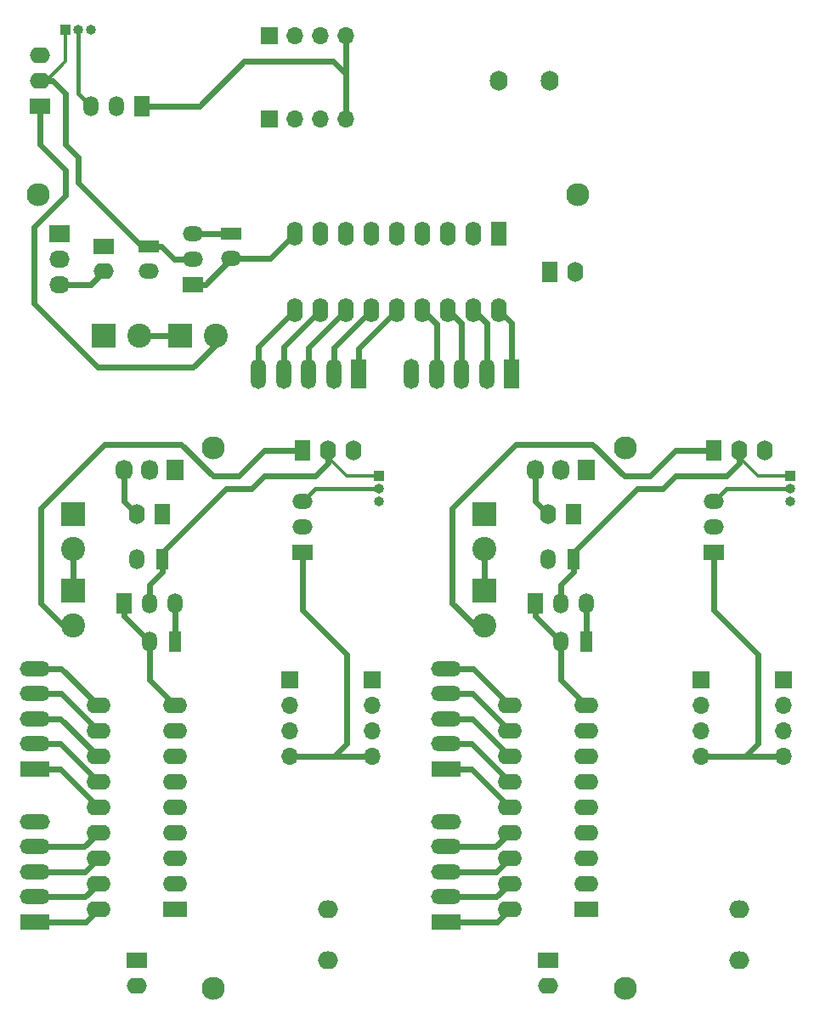
<source format=gbl>
%MOIN*%
%OFA0B0*%
%FSLAX46Y46*%
%IPPOS*%
%LPD*%
%ADD10C,0.0039370078740157488*%
%ADD11R,0.066929133858267723X0.066929133858267723*%
%ADD12O,0.066929133858267723X0.066929133858267723*%
%ADD13O,0.07874015748031496X0.07*%
%ADD14R,0.059055118110236227X0.07874015748031496*%
%ADD15O,0.062992125984251982X0.07874015748031496*%
%ADD16R,0.051181102362204731X0.07874015748031496*%
%ADD17O,0.059055118110236227X0.07874015748031496*%
%ADD18R,0.062992125984251982X0.07874015748031496*%
%ADD19O,0.07874015748031496X0.062992125984251982*%
%ADD20R,0.07874015748031496X0.062992125984251982*%
%ADD21O,0.059842519685039376X0.07874015748031496*%
%ADD22R,0.059842519685039376X0.07874015748031496*%
%ADD23O,0.07874015748031496X0.059842519685039376*%
%ADD24R,0.07874015748031496X0.059842519685039376*%
%ADD25R,0.03937007874015748X0.03937007874015748*%
%ADD26O,0.03937007874015748X0.03937007874015748*%
%ADD27R,0.11811023622047245X0.059055118110236227*%
%ADD28O,0.11811023622047245X0.059055118110236227*%
%ADD29R,0.068X0.08*%
%ADD30O,0.068X0.08*%
%ADD31C,0.094488188976377951*%
%ADD32R,0.094488188976377951X0.094488188976377951*%
%ADD33C,0.0905511811023622*%
%ADD34R,0.094488188976377951X0.062992125984251982*%
%ADD35O,0.094488188976377951X0.062992125984251982*%
%ADD36C,0.024000000000000004*%
%ADD37C,0.016*%
%ADD38C,0.012000000000000002*%
%ADD49C,0.0039370078740157488*%
%ADD50R,0.066929133858267723X0.066929133858267723*%
%ADD51O,0.066929133858267723X0.066929133858267723*%
%ADD52O,0.07X0.07874015748031496*%
%ADD53R,0.07874015748031496X0.059055118110236227*%
%ADD54O,0.07874015748031496X0.062992125984251982*%
%ADD55R,0.07874015748031496X0.051181102362204731*%
%ADD56O,0.07874015748031496X0.059055118110236227*%
%ADD57R,0.07874015748031496X0.062992125984251982*%
%ADD58O,0.062992125984251982X0.07874015748031496*%
%ADD59R,0.062992125984251982X0.07874015748031496*%
%ADD60O,0.07874015748031496X0.059842519685039376*%
%ADD61R,0.07874015748031496X0.059842519685039376*%
%ADD62O,0.059842519685039376X0.07874015748031496*%
%ADD63R,0.059842519685039376X0.07874015748031496*%
%ADD64R,0.03937007874015748X0.03937007874015748*%
%ADD65O,0.03937007874015748X0.03937007874015748*%
%ADD66R,0.059055118110236227X0.11811023622047245*%
%ADD67O,0.059055118110236227X0.11811023622047245*%
%ADD68R,0.08X0.068*%
%ADD69O,0.08X0.068*%
%ADD70C,0.094488188976377951*%
%ADD71R,0.094488188976377951X0.094488188976377951*%
%ADD72C,0.0905511811023622*%
%ADD73R,0.062992125984251982X0.094488188976377951*%
%ADD74O,0.062992125984251982X0.094488188976377951*%
%ADD75C,0.024000000000000004*%
%ADD76C,0.016*%
%ADD77C,0.012000000000000002*%
%ADD78C,0.0039370078740157488*%
%ADD79R,0.066929133858267723X0.066929133858267723*%
%ADD80O,0.066929133858267723X0.066929133858267723*%
%ADD81O,0.07874015748031496X0.07*%
%ADD82R,0.059055118110236227X0.07874015748031496*%
%ADD83O,0.062992125984251982X0.07874015748031496*%
%ADD84R,0.051181102362204731X0.07874015748031496*%
%ADD85O,0.059055118110236227X0.07874015748031496*%
%ADD86R,0.062992125984251982X0.07874015748031496*%
%ADD87O,0.07874015748031496X0.062992125984251982*%
%ADD88R,0.07874015748031496X0.062992125984251982*%
%ADD89O,0.059842519685039376X0.07874015748031496*%
%ADD90R,0.059842519685039376X0.07874015748031496*%
%ADD91O,0.07874015748031496X0.059842519685039376*%
%ADD92R,0.07874015748031496X0.059842519685039376*%
%ADD93R,0.03937007874015748X0.03937007874015748*%
%ADD94O,0.03937007874015748X0.03937007874015748*%
%ADD95R,0.11811023622047245X0.059055118110236227*%
%ADD96O,0.11811023622047245X0.059055118110236227*%
%ADD97R,0.068X0.08*%
%ADD98O,0.068X0.08*%
%ADD99C,0.094488188976377951*%
%ADD100R,0.094488188976377951X0.094488188976377951*%
%ADD101C,0.0905511811023622*%
%ADD102R,0.094488188976377951X0.062992125984251982*%
%ADD103O,0.094488188976377951X0.062992125984251982*%
%ADD104C,0.024000000000000004*%
%ADD105C,0.016*%
%ADD106C,0.012000000000000002*%
G01*
D10*
D11*
X-0004799999Y0004650000D02*
X0001100000Y0001300000D03*
D12*
X0001100000Y0001200000D03*
X0001100000Y0001100000D03*
X0001100000Y0001000000D03*
D11*
X0001425000Y0001300000D03*
D12*
X0001425000Y0001200000D03*
X0001425000Y0001100000D03*
X0001425000Y0001000000D03*
D13*
X0001250000Y0000200000D03*
X0001250000Y0000400000D03*
D14*
X0001150000Y0002200000D03*
D15*
X0001250000Y0002200000D03*
X0001350000Y0002200000D03*
D16*
X0000650000Y0001450000D03*
D17*
X0000551574Y0001450000D03*
D16*
X0000600000Y0001775000D03*
D17*
X0000501574Y0001775000D03*
D18*
X0000600000Y0001950000D03*
D15*
X0000501574Y0001950000D03*
D19*
X0000500000Y0000101574D03*
D20*
X0000500000Y0000200000D03*
D21*
X0000550000Y0001600000D03*
X0000650000Y0001600000D03*
D22*
X0000450000Y0001600000D03*
D23*
X0001150000Y0001900000D03*
X0001150000Y0002000000D03*
D24*
X0001150000Y0001800000D03*
D25*
X0001450000Y0002100000D03*
D26*
X0001450000Y0002050000D03*
X0001450000Y0002000000D03*
D27*
X0000100000Y0000950000D03*
D28*
X0000100000Y0001048425D03*
X0000100000Y0001146850D03*
X0000100000Y0001245275D03*
X0000100000Y0001343700D03*
D29*
X0000650000Y0002125000D03*
D30*
X0000550000Y0002125000D03*
X0000450000Y0002125000D03*
D31*
X0000250000Y0001812204D03*
D32*
X0000250000Y0001950000D03*
D31*
X0000250000Y0001512204D03*
D32*
X0000250000Y0001650000D03*
D33*
X0000802755Y0002209055D03*
X0000802755Y0000090944D03*
D34*
X0000650000Y0000400000D03*
D35*
X0000350000Y0001200000D03*
X0000650000Y0000500000D03*
X0000350000Y0001100000D03*
X0000650000Y0000600000D03*
X0000350000Y0001000000D03*
X0000650000Y0000700000D03*
X0000350000Y0000900000D03*
X0000650000Y0000800000D03*
X0000350000Y0000800000D03*
X0000650000Y0000900000D03*
X0000350000Y0000700000D03*
X0000650000Y0001000000D03*
X0000350000Y0000600000D03*
X0000650000Y0001100000D03*
X0000350000Y0000500000D03*
X0000650000Y0001200000D03*
X0000350000Y0000400000D03*
D27*
X0000100000Y0000350000D03*
D28*
X0000100000Y0000448425D03*
X0000100000Y0000546850D03*
X0000100000Y0000645275D03*
X0000100000Y0000743700D03*
D36*
X0000450000Y0001600000D02*
X0000450000Y0001551574D01*
X0000450000Y0001551574D02*
X0000551574Y0001450000D01*
X0000551574Y0001450000D02*
X0000551574Y0001298425D01*
X0000551574Y0001298425D02*
X0000650000Y0001200000D01*
X0000450000Y0002125000D02*
X0000450000Y0002001574D01*
X0000450000Y0002001574D02*
X0000501574Y0001950000D01*
D37*
X0001450000Y0002050000D02*
X0001200000Y0002050000D01*
X0001200000Y0002050000D02*
X0001150000Y0002000000D01*
D36*
X0000650000Y0001450000D02*
X0000650000Y0001600000D01*
X0000100000Y0001343700D02*
X0000206299Y0001343700D01*
X0000206299Y0001343700D02*
X0000350000Y0001200000D01*
D38*
X0001450000Y0002100000D02*
X0001325000Y0002100000D01*
X0001325000Y0002100000D02*
X0001250000Y0002175000D01*
X0001250000Y0002175000D02*
X0001250000Y0002200000D01*
D36*
X0000850000Y0002050000D02*
X0000950000Y0002050000D01*
X0000600000Y0001800000D02*
X0000850000Y0002050000D01*
X0001250000Y0002150000D02*
X0001250000Y0002200000D01*
X0001200000Y0002100000D02*
X0001250000Y0002150000D01*
X0001000000Y0002100000D02*
X0001200000Y0002100000D01*
X0000950000Y0002050000D02*
X0001000000Y0002100000D01*
X0000600000Y0001775000D02*
X0000600000Y0001800000D01*
X0000600000Y0001775000D02*
X0000600000Y0001725000D01*
X0000550000Y0001675000D02*
X0000550000Y0001600000D01*
X0000600000Y0001725000D02*
X0000550000Y0001675000D01*
X0000250000Y0001650000D02*
X0000250000Y0001812204D01*
X0000100000Y0000350000D02*
X0000300000Y0000350000D01*
X0000300000Y0000350000D02*
X0000350000Y0000400000D01*
X0000100000Y0000448425D02*
X0000298425Y0000448425D01*
X0000298425Y0000448425D02*
X0000350000Y0000500000D01*
X0000100000Y0000546850D02*
X0000296850Y0000546850D01*
X0000296850Y0000546850D02*
X0000350000Y0000600000D01*
X0000100000Y0000645275D02*
X0000295275Y0000645275D01*
X0000100000Y0000645275D02*
X0000120275Y0000645275D01*
X0000295275Y0000645275D02*
X0000350000Y0000700000D01*
X0000100000Y0000950000D02*
X0000200000Y0000950000D01*
X0000200000Y0000950000D02*
X0000350000Y0000800000D01*
X0000100000Y0001048425D02*
X0000201574Y0001048425D01*
X0000101574Y0001050000D02*
X0000100000Y0001048425D01*
X0000201574Y0001048425D02*
X0000350000Y0000900000D01*
X0000100000Y0001146850D02*
X0000203149Y0001146850D01*
X0000203149Y0001146850D02*
X0000350000Y0001000000D01*
X0000100000Y0001245275D02*
X0000204724Y0001245275D01*
X0000104724Y0001250000D02*
X0000100000Y0001245275D01*
X0000204724Y0001245275D02*
X0000350000Y0001100000D01*
X0001150000Y0002200000D02*
X0001000000Y0002200000D01*
X0000900000Y0002100000D02*
X0000950000Y0002150000D01*
X0000125000Y0001600000D02*
X0000212795Y0001512204D01*
X0000125000Y0001975000D02*
X0000125000Y0001600000D01*
X0000375000Y0002225000D02*
X0000125000Y0001975000D01*
X0000675000Y0002225000D02*
X0000375000Y0002225000D01*
X0000800000Y0002100000D02*
X0000675000Y0002225000D01*
X0000850000Y0002100000D02*
X0000800000Y0002100000D01*
X0000850000Y0002100000D02*
X0000900000Y0002100000D01*
X0001000000Y0002200000D02*
X0000950000Y0002150000D01*
X0000212795Y0001512204D02*
X0000250000Y0001512204D01*
X0001425000Y0001000000D02*
X0001100000Y0001000000D01*
X0001150000Y0001800000D02*
X0001150000Y0001575000D01*
X0001275000Y0001000000D02*
X0001425000Y0001000000D01*
X0001325000Y0001050000D02*
X0001275000Y0001000000D01*
X0001325000Y0001400000D02*
X0001325000Y0001050000D01*
X0001150000Y0001575000D02*
X0001325000Y0001400000D01*
G04 next file*
G04 #@! TF.FileFunction,Copper,L2,Bot,Signal*
G04 Gerber Fmt 4.6, Leading zero omitted, Abs format (unit mm)*
G04 Created by KiCad (PCBNEW 4.0.7) date 09/15/19 19:40:42*
G01*
G04 APERTURE LIST*
G04 APERTURE END LIST*
D49*
D50*
X-0002327165Y-0002398425D02*
X0001022834Y0003501574D03*
D51*
X0001122834Y0003501574D03*
X0001222834Y0003501574D03*
X0001322834Y0003501574D03*
D50*
X0001022834Y0003826574D03*
D51*
X0001122834Y0003826574D03*
X0001222834Y0003826574D03*
X0001322834Y0003826574D03*
D52*
X0002122834Y0003651574D03*
X0001922834Y0003651574D03*
D53*
X0000122834Y0003551574D03*
D54*
X0000122834Y0003651574D03*
X0000122834Y0003751574D03*
D55*
X0000872834Y0003051574D03*
D56*
X0000872834Y0002953149D03*
D55*
X0000547834Y0003001574D03*
D56*
X0000547834Y0002903149D03*
D57*
X0000372834Y0003001574D03*
D54*
X0000372834Y0002903149D03*
D58*
X0002221259Y0002901574D03*
D59*
X0002122834Y0002901574D03*
D60*
X0000722834Y0002951574D03*
X0000722834Y0003051574D03*
D61*
X0000722834Y0002851574D03*
D62*
X0000422834Y0003551574D03*
X0000322834Y0003551574D03*
D63*
X0000522834Y0003551574D03*
D64*
X0000222834Y0003851574D03*
D65*
X0000272834Y0003851574D03*
X0000322834Y0003851574D03*
D66*
X0001372834Y0002501574D03*
D67*
X0001274409Y0002501574D03*
X0001175984Y0002501574D03*
X0001077559Y0002501574D03*
X0000979133Y0002501574D03*
D68*
X0000197834Y0003051574D03*
D69*
X0000197834Y0002951574D03*
X0000197834Y0002851574D03*
D70*
X0000510629Y0002651574D03*
D71*
X0000372834Y0002651574D03*
D70*
X0000810629Y0002651574D03*
D71*
X0000672834Y0002651574D03*
D72*
X0000113779Y0003204330D03*
X0002231889Y0003204330D03*
D73*
X0001922834Y0003051574D03*
D74*
X0001122834Y0002751574D03*
X0001822834Y0003051574D03*
X0001222834Y0002751574D03*
X0001722834Y0003051574D03*
X0001322834Y0002751574D03*
X0001622834Y0003051574D03*
X0001422834Y0002751574D03*
X0001522834Y0003051574D03*
X0001522834Y0002751574D03*
X0001422834Y0003051574D03*
X0001622834Y0002751574D03*
X0001322834Y0003051574D03*
X0001722834Y0002751574D03*
X0001222834Y0003051574D03*
X0001822834Y0002751574D03*
X0001122834Y0003051574D03*
X0001922834Y0002751574D03*
D66*
X0001972834Y0002501574D03*
D67*
X0001874409Y0002501574D03*
X0001775984Y0002501574D03*
X0001677559Y0002501574D03*
X0001579133Y0002501574D03*
D75*
X0000722834Y0002851574D02*
X0000771259Y0002851574D01*
X0000771259Y0002851574D02*
X0000872834Y0002953149D01*
X0000872834Y0002953149D02*
X0001024409Y0002953149D01*
X0001024409Y0002953149D02*
X0001122834Y0003051574D01*
X0000197834Y0002851574D02*
X0000321259Y0002851574D01*
X0000321259Y0002851574D02*
X0000372834Y0002903149D01*
D76*
X0000272834Y0003851574D02*
X0000272834Y0003601574D01*
X0000272834Y0003601574D02*
X0000322834Y0003551574D01*
D75*
X0000872834Y0003051574D02*
X0000722834Y0003051574D01*
X0000979133Y0002501574D02*
X0000979133Y0002607874D01*
X0000979133Y0002607874D02*
X0001122834Y0002751574D01*
D77*
X0000222834Y0003851574D02*
X0000222834Y0003726574D01*
X0000222834Y0003726574D02*
X0000147834Y0003651574D01*
X0000147834Y0003651574D02*
X0000122834Y0003651574D01*
D75*
X0000272834Y0003251574D02*
X0000272834Y0003351574D01*
X0000522834Y0003001574D02*
X0000272834Y0003251574D01*
X0000172834Y0003651574D02*
X0000122834Y0003651574D01*
X0000222834Y0003601574D02*
X0000172834Y0003651574D01*
X0000222834Y0003401574D02*
X0000222834Y0003601574D01*
X0000272834Y0003351574D02*
X0000222834Y0003401574D01*
X0000547834Y0003001574D02*
X0000522834Y0003001574D01*
X0000547834Y0003001574D02*
X0000597834Y0003001574D01*
X0000647834Y0002951574D02*
X0000722834Y0002951574D01*
X0000597834Y0003001574D02*
X0000647834Y0002951574D01*
X0000672834Y0002651574D02*
X0000510629Y0002651574D01*
X0001972834Y0002501574D02*
X0001972834Y0002701574D01*
X0001972834Y0002701574D02*
X0001922834Y0002751574D01*
X0001874409Y0002501574D02*
X0001874409Y0002700000D01*
X0001874409Y0002700000D02*
X0001822834Y0002751574D01*
X0001775984Y0002501574D02*
X0001775984Y0002698425D01*
X0001775984Y0002698425D02*
X0001722834Y0002751574D01*
X0001677559Y0002501574D02*
X0001677559Y0002696850D01*
X0001677559Y0002501574D02*
X0001677559Y0002521850D01*
X0001677559Y0002696850D02*
X0001622834Y0002751574D01*
X0001372834Y0002501574D02*
X0001372834Y0002601574D01*
X0001372834Y0002601574D02*
X0001522834Y0002751574D01*
X0001274409Y0002501574D02*
X0001274409Y0002603149D01*
X0001272834Y0002503149D02*
X0001274409Y0002501574D01*
X0001274409Y0002603149D02*
X0001422834Y0002751574D01*
X0001175984Y0002501574D02*
X0001175984Y0002604724D01*
X0001175984Y0002604724D02*
X0001322834Y0002751574D01*
X0001077559Y0002501574D02*
X0001077559Y0002606299D01*
X0001072834Y0002506299D02*
X0001077559Y0002501574D01*
X0001077559Y0002606299D02*
X0001222834Y0002751574D01*
X0000122834Y0003551574D02*
X0000122834Y0003401574D01*
X0000222834Y0003301574D02*
X0000172834Y0003351574D01*
X0000722834Y0002526574D02*
X0000810629Y0002614370D01*
X0000347834Y0002526574D02*
X0000722834Y0002526574D01*
X0000097834Y0002776574D02*
X0000347834Y0002526574D01*
X0000097834Y0003076574D02*
X0000097834Y0002776574D01*
X0000222834Y0003201574D02*
X0000097834Y0003076574D01*
X0000222834Y0003251574D02*
X0000222834Y0003201574D01*
X0000222834Y0003251574D02*
X0000222834Y0003301574D01*
X0000122834Y0003401574D02*
X0000172834Y0003351574D01*
X0000810629Y0002614370D02*
X0000810629Y0002651574D01*
X0001322834Y0003826574D02*
X0001322834Y0003501574D01*
X0000522834Y0003551574D02*
X0000747834Y0003551574D01*
X0001322834Y0003676574D02*
X0001322834Y0003826574D01*
X0001272834Y0003726574D02*
X0001322834Y0003676574D01*
X0000922834Y0003726574D02*
X0001272834Y0003726574D01*
X0000747834Y0003551574D02*
X0000922834Y0003726574D01*
G04 next file*
G04 #@! TF.FileFunction,Copper,L2,Bot,Signal*
G04 Gerber Fmt 4.6, Leading zero omitted, Abs format (unit mm)*
G04 Created by KiCad (PCBNEW 4.0.7) date 09/15/19 19:40:42*
G01*
G04 APERTURE LIST*
G04 APERTURE END LIST*
D78*
D79*
X-0003185826Y0004650000D02*
X0002714173Y0001300000D03*
D80*
X0002714173Y0001200000D03*
X0002714173Y0001100000D03*
X0002714173Y0001000000D03*
D79*
X0003039173Y0001300000D03*
D80*
X0003039173Y0001200000D03*
X0003039173Y0001100000D03*
X0003039173Y0001000000D03*
D81*
X0002864173Y0000200000D03*
X0002864173Y0000400000D03*
D82*
X0002764173Y0002200000D03*
D83*
X0002864173Y0002200000D03*
X0002964173Y0002200000D03*
D84*
X0002264173Y0001450000D03*
D85*
X0002165748Y0001450000D03*
D84*
X0002214173Y0001775000D03*
D85*
X0002115748Y0001775000D03*
D86*
X0002214173Y0001950000D03*
D83*
X0002115748Y0001950000D03*
D87*
X0002114173Y0000101574D03*
D88*
X0002114173Y0000200000D03*
D89*
X0002164173Y0001600000D03*
X0002264173Y0001600000D03*
D90*
X0002064173Y0001600000D03*
D91*
X0002764173Y0001900000D03*
X0002764173Y0002000000D03*
D92*
X0002764173Y0001800000D03*
D93*
X0003064173Y0002100000D03*
D94*
X0003064173Y0002050000D03*
X0003064173Y0002000000D03*
D95*
X0001714173Y0000950000D03*
D96*
X0001714173Y0001048425D03*
X0001714173Y0001146850D03*
X0001714173Y0001245275D03*
X0001714173Y0001343700D03*
D97*
X0002264173Y0002125000D03*
D98*
X0002164173Y0002125000D03*
X0002064173Y0002125000D03*
D99*
X0001864173Y0001812204D03*
D100*
X0001864173Y0001950000D03*
D99*
X0001864173Y0001512204D03*
D100*
X0001864173Y0001650000D03*
D101*
X0002416929Y0002209055D03*
X0002416929Y0000090944D03*
D102*
X0002264173Y0000400000D03*
D103*
X0001964173Y0001200000D03*
X0002264173Y0000500000D03*
X0001964173Y0001100000D03*
X0002264173Y0000600000D03*
X0001964173Y0001000000D03*
X0002264173Y0000700000D03*
X0001964173Y0000900000D03*
X0002264173Y0000800000D03*
X0001964173Y0000800000D03*
X0002264173Y0000900000D03*
X0001964173Y0000700000D03*
X0002264173Y0001000000D03*
X0001964173Y0000600000D03*
X0002264173Y0001100000D03*
X0001964173Y0000500000D03*
X0002264173Y0001200000D03*
X0001964173Y0000400000D03*
D95*
X0001714173Y0000350000D03*
D96*
X0001714173Y0000448425D03*
X0001714173Y0000546850D03*
X0001714173Y0000645275D03*
X0001714173Y0000743700D03*
D104*
X0002064173Y0001600000D02*
X0002064173Y0001551574D01*
X0002064173Y0001551574D02*
X0002165748Y0001450000D01*
X0002165748Y0001450000D02*
X0002165748Y0001298425D01*
X0002165748Y0001298425D02*
X0002264173Y0001200000D01*
X0002064173Y0002125000D02*
X0002064173Y0002001574D01*
X0002064173Y0002001574D02*
X0002115748Y0001950000D01*
D105*
X0003064173Y0002050000D02*
X0002814173Y0002050000D01*
X0002814173Y0002050000D02*
X0002764173Y0002000000D01*
D104*
X0002264173Y0001450000D02*
X0002264173Y0001600000D01*
X0001714173Y0001343700D02*
X0001820472Y0001343700D01*
X0001820472Y0001343700D02*
X0001964173Y0001200000D01*
D106*
X0003064173Y0002100000D02*
X0002939173Y0002100000D01*
X0002939173Y0002100000D02*
X0002864173Y0002175000D01*
X0002864173Y0002175000D02*
X0002864173Y0002200000D01*
D104*
X0002464173Y0002050000D02*
X0002564173Y0002050000D01*
X0002214173Y0001800000D02*
X0002464173Y0002050000D01*
X0002864173Y0002150000D02*
X0002864173Y0002200000D01*
X0002814173Y0002100000D02*
X0002864173Y0002150000D01*
X0002614173Y0002100000D02*
X0002814173Y0002100000D01*
X0002564173Y0002050000D02*
X0002614173Y0002100000D01*
X0002214173Y0001775000D02*
X0002214173Y0001800000D01*
X0002214173Y0001775000D02*
X0002214173Y0001725000D01*
X0002164173Y0001675000D02*
X0002164173Y0001600000D01*
X0002214173Y0001725000D02*
X0002164173Y0001675000D01*
X0001864173Y0001650000D02*
X0001864173Y0001812204D01*
X0001714173Y0000350000D02*
X0001914173Y0000350000D01*
X0001914173Y0000350000D02*
X0001964173Y0000400000D01*
X0001714173Y0000448425D02*
X0001912598Y0000448425D01*
X0001912598Y0000448425D02*
X0001964173Y0000500000D01*
X0001714173Y0000546850D02*
X0001911023Y0000546850D01*
X0001911023Y0000546850D02*
X0001964173Y0000600000D01*
X0001714173Y0000645275D02*
X0001909448Y0000645275D01*
X0001714173Y0000645275D02*
X0001734448Y0000645275D01*
X0001909448Y0000645275D02*
X0001964173Y0000700000D01*
X0001714173Y0000950000D02*
X0001814173Y0000950000D01*
X0001814173Y0000950000D02*
X0001964173Y0000800000D01*
X0001714173Y0001048425D02*
X0001815748Y0001048425D01*
X0001715748Y0001050000D02*
X0001714173Y0001048425D01*
X0001815748Y0001048425D02*
X0001964173Y0000900000D01*
X0001714173Y0001146850D02*
X0001817322Y0001146850D01*
X0001817322Y0001146850D02*
X0001964173Y0001000000D01*
X0001714173Y0001245275D02*
X0001818897Y0001245275D01*
X0001718897Y0001250000D02*
X0001714173Y0001245275D01*
X0001818897Y0001245275D02*
X0001964173Y0001100000D01*
X0002764173Y0002200000D02*
X0002614173Y0002200000D01*
X0002514173Y0002100000D02*
X0002564173Y0002150000D01*
X0001739173Y0001600000D02*
X0001826968Y0001512204D01*
X0001739173Y0001975000D02*
X0001739173Y0001600000D01*
X0001989173Y0002225000D02*
X0001739173Y0001975000D01*
X0002289173Y0002225000D02*
X0001989173Y0002225000D01*
X0002414173Y0002100000D02*
X0002289173Y0002225000D01*
X0002464173Y0002100000D02*
X0002414173Y0002100000D01*
X0002464173Y0002100000D02*
X0002514173Y0002100000D01*
X0002614173Y0002200000D02*
X0002564173Y0002150000D01*
X0001826968Y0001512204D02*
X0001864173Y0001512204D01*
X0003039173Y0001000000D02*
X0002714173Y0001000000D01*
X0002764173Y0001800000D02*
X0002764173Y0001575000D01*
X0002889173Y0001000000D02*
X0003039173Y0001000000D01*
X0002939173Y0001050000D02*
X0002889173Y0001000000D01*
X0002939173Y0001400000D02*
X0002939173Y0001050000D01*
X0002764173Y0001575000D02*
X0002939173Y0001400000D01*
M02*
</source>
